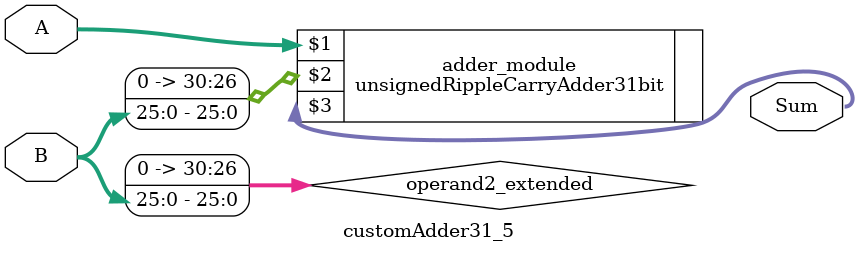
<source format=v>

module customAdder31_5(
                    input [30 : 0] A,
                    input [25 : 0] B,
                    
                    output [31 : 0] Sum
            );

    wire [30 : 0] operand2_extended;
    
    assign operand2_extended =  {5'b0, B};
    
    unsignedRippleCarryAdder31bit adder_module(
        A,
        operand2_extended,
        Sum
    );
    
endmodule
        
</source>
